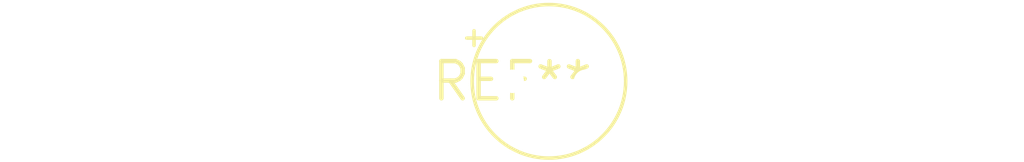
<source format=kicad_pcb>
(kicad_pcb (version 20240108) (generator pcbnew)
  (layers (0 "F.Cu" signal) (31 "B.Cu" signal) (34 "B.Paste" user) (35 "F.Paste" user) (36 "B.SilkS" user "B.Silkscreen") (37 "F.SilkS" user "F.Silkscreen") (38 "B.Mask" user) (39 "F.Mask" user) (44 "Edge.Cuts" user))
  (net 0 "")
  (footprint "CP_Radial_Tantal_D5.0mm_P2.50mm" (layer "F.Cu") (at 0 0)
    (property "Reference" "REF**")
    (property "Value" "CP_Radial_Tantal_D5.0mm_P2.50mm")
    (fp_line (start -1.554775 -1.475) (end -1.054775 -1.475) (layer "F.SilkS") (stroke (width 0.12)))
    (fp_line (start -1.304775 -1.725) (end -1.304775 -1.225) (layer "F.SilkS") (stroke (width 0.12)))
    (fp_circle (center 1.25 0) (end 3.87 0) (layer "F.SilkS") (stroke (width 0.12)) (fill none))
    (pad "1" thru_hole rect (at 0 0) (size 1.6 1.6) (drill 0.8) (layers *.Cu *.Mask) (remove_unused_layers))
    (pad "2" thru_hole circle (at 2.5 0) (size 1.6 1.6) (drill 0.8) (layers *.Cu *.Mask) (remove_unused_layers))
  )
)
</source>
